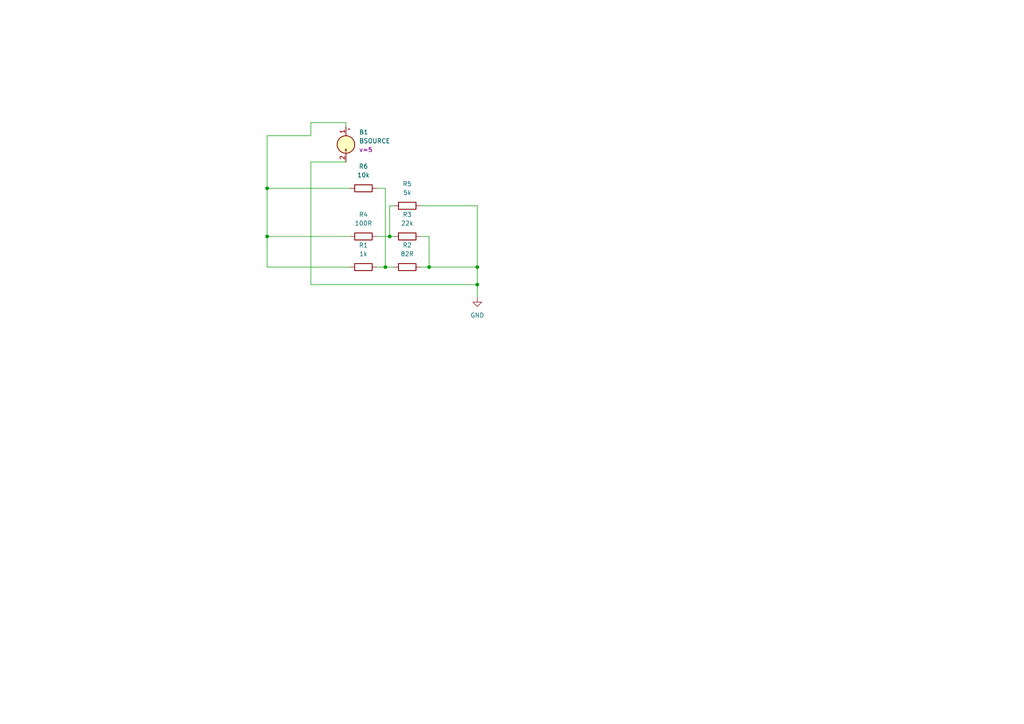
<source format=kicad_sch>
(kicad_sch (version 20230121) (generator eeschema)
  (paper "A4")
  (lib_symbols
    (symbol "Device:R" (pin_numbers hide) (pin_names (offset 0))
      (property "Reference" "R" (at 2.032 0 90))
      (property "Value" "R" (at 0 0 90))
      (symbol "R_0_1"
        (rectangle (start -1.016 -2.54) (end 1.016 2.54) (stroke (width 0.254)))
      )
      (symbol "R_1_1"
        (pin passive line (at 0 3.81 270) (length 1.27) (name "~") (number "1"))
        (pin passive line (at 0 -3.81 90) (length 1.27) (name "~") (number "2"))
      )
    )
    (symbol "PCM_4ms_Power-symbol:GND" (power) (pin_names (offset 0))
      (property "Value" "GND" (at 0 -3.81 0))
      (symbol "GND_0_1"
        (polyline (pts (xy 0 0) (xy 0 -1.27) (xy 1.27 -1.27) (xy 0 -2.54) (xy -1.27 -1.27) (xy 0 -1.27)))
      )
      (symbol "GND_1_1"
        (pin power_in line (at 0 0 270) (length 0) hide (name "GND") (number "1"))
      )
    )
    (symbol "Simulation_SPICE:BSOURCE" (pin_names (offset 1.016) hide)
      (property "Reference" "B" (at 2.54 2.54 0))
      (property "Value" "BSOURCE" (at 2.54 0 0))
      (property "Sim.Params" "v=1" (at 2.54 -2.54 0))
      (symbol "BSOURCE_0_1"
        (polyline (pts (xy 0 -1.27) (xy 0 -2.286)))
        (polyline (pts (xy 0.254 -1.778) (xy 0 -1.27) (xy -0.254 -1.778)))
        (circle (center 0 0) (radius 2.54) (stroke (width 0.254)) (fill (type background)))
      )
      (symbol "BSOURCE_1_1"
        (polyline (pts (xy 0.635 4.445) (xy 1.143 4.445)))
        (polyline (pts (xy 0.889 4.699) (xy 0.889 4.191)))
        (pin passive line (at 0 5.08 270) (length 2.54) (name "N+") (number "1"))
        (pin passive line (at 0 -5.08 90) (length 2.54) (name "N-") (number "2"))
      )
    )
  )
  (junction (at 111.76 77.47))
  (junction (at 124.46 77.47))
  (junction (at 138.43 82.55))
  (junction (at 77.47 68.58))
  (junction (at 138.43 77.47))
  (junction (at 113.03 68.58))
  (junction (at 77.47 54.61))
  (wire (pts (xy 77.47 54.61) (xy 101.6 54.61)))
  (wire (pts (xy 100.33 35.56) (xy 100.33 36.83)))
  (wire (pts (xy 124.46 68.58) (xy 124.46 77.47)))
  (wire (pts (xy 77.47 54.61) (xy 77.47 68.58)))
  (wire (pts (xy 77.47 77.47) (xy 101.6 77.47)))
  (wire (pts (xy 77.47 39.37) (xy 77.47 54.61)))
  (wire (pts (xy 124.46 77.47) (xy 121.92 77.47)))
  (wire (pts (xy 77.47 68.58) (xy 77.47 77.47)))
  (wire (pts (xy 90.17 82.55) (xy 138.43 82.55)))
  (wire (pts (xy 113.03 59.69) (xy 113.03 68.58)))
  (wire (pts (xy 111.76 77.47) (xy 114.3 77.47)))
  (wire (pts (xy 100.33 46.99) (xy 90.17 46.99)))
  (wire (pts (xy 90.17 46.99) (xy 90.17 82.55)))
  (wire (pts (xy 113.03 68.58) (xy 114.3 68.58)))
  (wire (pts (xy 109.22 68.58) (xy 113.03 68.58)))
  (wire (pts (xy 121.92 59.69) (xy 138.43 59.69)))
  (wire (pts (xy 90.17 39.37) (xy 77.47 39.37)))
  (wire (pts (xy 138.43 86.36) (xy 138.43 82.55)))
  (wire (pts (xy 138.43 82.55) (xy 138.43 77.47)))
  (wire (pts (xy 138.43 77.47) (xy 124.46 77.47)))
  (wire (pts (xy 109.22 77.47) (xy 111.76 77.47)))
  (wire (pts (xy 114.3 59.69) (xy 113.03 59.69)))
  (wire (pts (xy 109.22 54.61) (xy 111.76 54.61)))
  (wire (pts (xy 111.76 54.61) (xy 111.76 77.47)))
  (wire (pts (xy 90.17 35.56) (xy 100.33 35.56)))
  (wire (pts (xy 77.47 68.58) (xy 101.6 68.58)))
  (wire (pts (xy 138.43 59.69) (xy 138.43 77.47)))
  (wire (pts (xy 90.17 39.37) (xy 90.17 35.56)))
  (wire (pts (xy 121.92 68.58) (xy 124.46 68.58)))
  (symbol (lib_id "Device:R") (at 105.41 54.61 90) (unit 1)
    (property "Reference" "R6" (at 105.41 48.26 90))
    (property "Value" "10k" (at 105.41 50.8 90))
  )
  (symbol (lib_id "Device:R") (at 105.41 68.58 90) (unit 1)
    (property "Reference" "R4" (at 105.41 62.23 90))
    (property "Value" "100R" (at 105.41 64.77 90))
  )
  (symbol (lib_id "Device:R") (at 118.11 59.69 90) (unit 1)
    (property "Reference" "R5" (at 118.11 53.34 90))
    (property "Value" "5k" (at 118.11 55.88 90))
  )
  (symbol (lib_id "Device:R") (at 105.41 77.47 90) (unit 1)
    (property "Reference" "R1" (at 105.41 71.12 90))
    (property "Value" "1k" (at 105.41 73.66 90))
  )
  (symbol (lib_id "PCM_4ms_Power-symbol:GND") (at 138.43 86.36 0) (unit 1)
    (property "Reference" "#PWR02" (effects hide))
    (property "Value" "GND" (at 138.43 91.44 0))
  )
  (symbol (lib_id "Device:R") (at 118.11 77.47 90) (unit 1)
    (property "Reference" "R2" (at 118.11 71.12 90))
    (property "Value" "82R" (at 118.11 73.66 90))
  )
  (symbol (lib_id "Device:R") (at 118.11 68.58 90) (unit 1)
    (property "Reference" "R3" (at 118.11 62.23 90))
    (property "Value" "22k" (at 118.11 64.77 90))
  )
  (symbol (lib_id "Simulation_SPICE:BSOURCE") (at 100.33 41.91 0) (unit 1)
    (property "Reference" "B1" (at 104.14 38.354 0) (effects (justify left)))
    (property "Value" "BSOURCE" (at 104.14 40.894 0) (effects (justify left)))
    (property "Datasheet" "https://ngspice.sourceforge.io/docs.html" (effects hide))
    (property "Sim.Device" "V" (effects hide))
    (property "Sim.Type" "=" (effects hide))
    (property "Sim.Pins" "1=+ 2=-" (effects hide))
    (property "Sim.Params" "v=5" (at 104.14 43.434 0) (effects (justify left)))
  )
)
</source>
